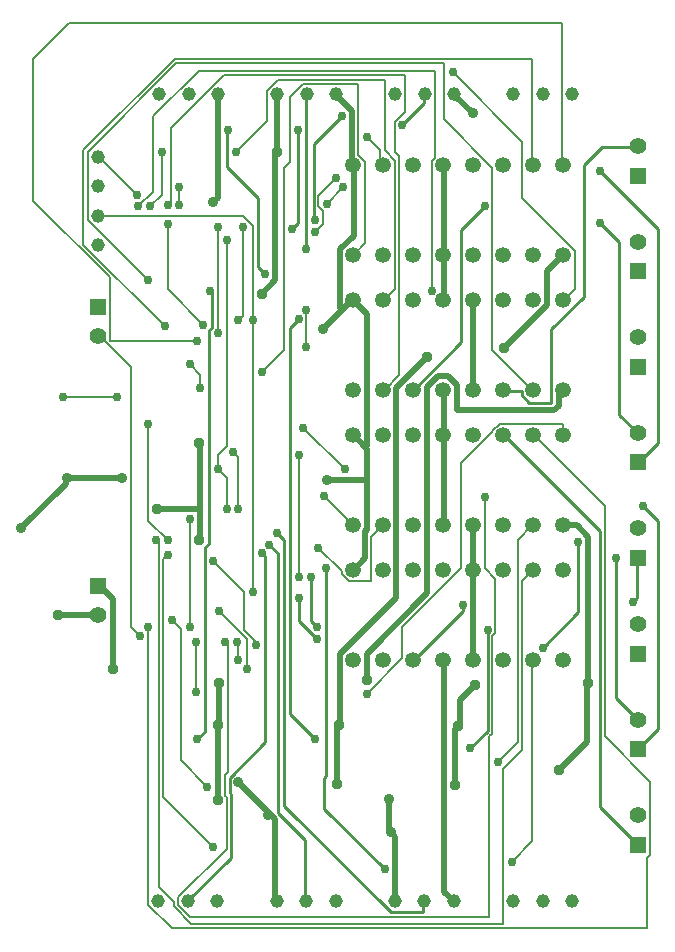
<source format=gbr>
G04 EAGLE Gerber RS-274X export*
G75*
%MOMM*%
%FSLAX34Y34*%
%LPD*%
%INBottom Copper*%
%IPPOS*%
%AMOC8*
5,1,8,0,0,1.08239X$1,22.5*%
G01*
G04 Define Apertures*
%ADD10C,1.343400*%
%ADD11R,1.408000X1.408000*%
%ADD12C,1.408000*%
%ADD13C,1.148000*%
%ADD14C,0.500000*%
%ADD15C,0.906400*%
%ADD16C,0.550000*%
%ADD17C,0.956400*%
%ADD18C,0.152400*%
%ADD19C,0.756400*%
%ADD20C,0.250000*%
D10*
X304800Y292100D03*
X330200Y292100D03*
X355600Y292100D03*
X381000Y292100D03*
X406400Y292100D03*
X431800Y292100D03*
X457200Y292100D03*
X482600Y292100D03*
X482600Y368300D03*
X457200Y368300D03*
X431800Y368300D03*
X406400Y368300D03*
X381000Y368300D03*
X355600Y368300D03*
X330200Y368300D03*
X304800Y368300D03*
X304800Y635000D03*
X330200Y635000D03*
X355600Y635000D03*
X381000Y635000D03*
X406400Y635000D03*
X431800Y635000D03*
X457200Y635000D03*
X482600Y635000D03*
X482600Y711200D03*
X457200Y711200D03*
X431800Y711200D03*
X406400Y711200D03*
X381000Y711200D03*
X355600Y711200D03*
X330200Y711200D03*
X304800Y711200D03*
X304800Y520700D03*
X330200Y520700D03*
X355600Y520700D03*
X381000Y520700D03*
X406400Y520700D03*
X431800Y520700D03*
X457200Y520700D03*
X482600Y520700D03*
X482600Y596900D03*
X457200Y596900D03*
X431800Y596900D03*
X406400Y596900D03*
X381000Y596900D03*
X355600Y596900D03*
X330200Y596900D03*
X304800Y596900D03*
X304800Y406400D03*
X330200Y406400D03*
X355600Y406400D03*
X381000Y406400D03*
X406400Y406400D03*
X431800Y406400D03*
X457200Y406400D03*
X482600Y406400D03*
X482600Y482600D03*
X457200Y482600D03*
X431800Y482600D03*
X406400Y482600D03*
X381000Y482600D03*
X355600Y482600D03*
X330200Y482600D03*
X304800Y482600D03*
D11*
X546100Y702400D03*
D12*
X546100Y727400D03*
D11*
X546100Y621457D03*
D12*
X546100Y646457D03*
D11*
X546100Y540514D03*
D12*
X546100Y565514D03*
D11*
X546100Y459571D03*
D12*
X546100Y484571D03*
D11*
X546100Y378629D03*
D12*
X546100Y403629D03*
D11*
X546100Y297686D03*
D12*
X546100Y322686D03*
D11*
X546100Y216743D03*
D12*
X546100Y241743D03*
D11*
X546100Y135800D03*
D12*
X546100Y160800D03*
D13*
X190300Y771100D03*
X165300Y771100D03*
X140300Y771100D03*
X290200Y771100D03*
X265200Y771100D03*
X240200Y771100D03*
X390100Y771100D03*
X365100Y771100D03*
X340100Y771100D03*
X490000Y771100D03*
X465000Y771100D03*
X440000Y771100D03*
X139700Y88200D03*
X164700Y88200D03*
X189700Y88200D03*
X239800Y88200D03*
X264800Y88200D03*
X289800Y88200D03*
X339900Y88200D03*
X364900Y88200D03*
X389900Y88200D03*
X440000Y88200D03*
X465000Y88200D03*
X490000Y88200D03*
D11*
X88900Y355300D03*
D12*
X88900Y330300D03*
D13*
X88900Y718500D03*
X88900Y693500D03*
X88900Y668500D03*
X88900Y643500D03*
D11*
X88900Y591500D03*
D12*
X88900Y566500D03*
D14*
X233750Y162500D02*
X238750Y157500D01*
X233750Y162500D02*
X207500Y188750D01*
X238750Y157500D02*
X238750Y88750D01*
X239800Y88200D01*
X232500Y161250D02*
X233750Y162500D01*
X336250Y146250D02*
X340000Y142500D01*
X340000Y88750D01*
X339900Y88200D01*
X335000Y147500D02*
X335000Y175000D01*
X335000Y147500D02*
X336250Y146250D01*
X406250Y755000D02*
X391250Y770000D01*
X390100Y771100D01*
X303750Y757500D02*
X291250Y770000D01*
X303750Y757500D02*
X303750Y711250D01*
X291250Y770000D02*
X290200Y771100D01*
X303750Y711250D02*
X304800Y711200D01*
X190000Y683750D02*
X186250Y680000D01*
X190000Y683750D02*
X190000Y770000D01*
X190300Y771100D01*
X108750Y446250D02*
X62500Y446250D01*
X305000Y368750D02*
X315000Y378750D01*
X315000Y401250D01*
X316250Y402500D01*
X316250Y445000D02*
X316250Y471250D01*
X316250Y445000D02*
X316250Y402500D01*
X315000Y472500D02*
X305000Y482500D01*
X315000Y472500D02*
X316250Y471250D01*
X305000Y368750D02*
X304800Y368300D01*
X305000Y482500D02*
X304800Y482600D01*
X316250Y585000D02*
X305000Y596250D01*
X316250Y585000D02*
X316250Y473750D01*
X305000Y596250D02*
X304800Y596900D01*
X316250Y473750D02*
X315000Y472500D01*
X295000Y588750D02*
X302500Y596250D01*
X295000Y588750D02*
X278750Y572500D01*
X302500Y596250D02*
X304800Y596900D01*
X315000Y445000D02*
X282500Y445000D01*
X315000Y445000D02*
X316250Y445000D01*
X305000Y651250D02*
X305000Y708750D01*
X305000Y651250D02*
X293750Y640000D01*
X293750Y590000D01*
X305000Y708750D02*
X304800Y711200D01*
X293750Y590000D02*
X295000Y588750D01*
X61250Y441250D02*
X23750Y403750D01*
X61250Y441250D02*
X61250Y445000D01*
X62500Y446250D01*
D15*
X207500Y188750D03*
X232500Y161250D03*
X336250Y146250D03*
X335000Y175000D03*
X406250Y755000D03*
X186250Y680000D03*
X62500Y446250D03*
X108750Y446250D03*
X278750Y572500D03*
X282500Y445000D03*
X23750Y403750D03*
D16*
X240000Y722500D02*
X240000Y770000D01*
X240200Y771100D01*
X238750Y613750D02*
X227500Y602500D01*
X238750Y613750D02*
X238750Y720000D01*
X240000Y722500D01*
X381250Y635000D02*
X381250Y597500D01*
X381000Y596900D01*
X381250Y635000D02*
X381000Y635000D01*
X381250Y637500D02*
X381250Y710000D01*
X381000Y711200D01*
X381250Y637500D02*
X381000Y635000D01*
X381250Y520000D02*
X381250Y483750D01*
X381000Y482600D01*
X381250Y520000D02*
X381000Y520700D01*
X406250Y367500D02*
X406250Y292500D01*
X406400Y292100D01*
X406250Y367500D02*
X406400Y368300D01*
X406250Y370000D02*
X406250Y406250D01*
X406400Y406400D01*
X406250Y370000D02*
X406400Y368300D01*
X381250Y407500D02*
X381250Y480000D01*
X381000Y482600D01*
X381250Y407500D02*
X381000Y406400D01*
X406250Y521250D02*
X406250Y596250D01*
X406400Y596900D01*
X406250Y521250D02*
X406400Y520700D01*
X175000Y395000D02*
X173750Y393750D01*
X175000Y420000D02*
X175000Y475000D01*
X175000Y420000D02*
X175000Y395000D01*
X175000Y475000D02*
X173750Y476250D01*
X88750Y330000D02*
X55000Y330000D01*
X88750Y330000D02*
X88900Y330300D01*
X138750Y420000D02*
X172500Y420000D01*
X175000Y420000D01*
X381250Y291250D02*
X381250Y96250D01*
X388750Y88750D01*
X381250Y291250D02*
X381000Y292100D01*
X388750Y88750D02*
X389900Y88200D01*
D17*
X240000Y722500D03*
X227500Y602500D03*
X173750Y393750D03*
X173750Y476250D03*
X55000Y330000D03*
X138750Y420000D03*
D16*
X190000Y237500D02*
X190000Y173750D01*
X478750Y516250D02*
X482500Y520000D01*
X478750Y516250D02*
X478750Y507500D01*
X475000Y503750D01*
X392500Y503750D01*
X392500Y525000D01*
X385000Y532500D01*
X376250Y532500D01*
X367500Y523750D01*
X367500Y348750D01*
X316250Y297500D01*
X316250Y275000D01*
X191250Y272500D02*
X191250Y240000D01*
X482500Y520000D02*
X482600Y520700D01*
X191250Y240000D02*
X190000Y237500D01*
D17*
X190000Y237500D03*
X190000Y173750D03*
X316250Y275000D03*
X191250Y272500D03*
D18*
X121250Y686250D02*
X90000Y717500D01*
X88900Y718500D01*
X190000Y453750D02*
X197500Y446250D01*
X197500Y420000D01*
X197500Y473750D02*
X197500Y647500D01*
X197500Y473750D02*
X190000Y466250D01*
X190000Y453750D01*
X157500Y677500D02*
X157500Y692500D01*
D19*
X121250Y686250D03*
X190000Y453750D03*
X197500Y420000D03*
X197500Y647500D03*
X157500Y692500D03*
X157500Y677500D03*
D20*
X252500Y657500D02*
X257500Y662500D01*
X257500Y741250D01*
X346250Y745000D02*
X365000Y763750D01*
X365000Y770000D01*
X365100Y771100D01*
D19*
X252500Y657500D03*
X257500Y741250D03*
X346250Y745000D03*
D20*
X271250Y666250D02*
X272500Y665000D01*
X271250Y666250D02*
X271250Y728750D01*
X295000Y752500D01*
D19*
X272500Y665000D03*
X295000Y752500D03*
D20*
X265000Y770000D02*
X265000Y640000D01*
X265000Y770000D02*
X265200Y771100D01*
D19*
X265000Y640000D03*
D20*
X230000Y618750D02*
X223750Y625000D01*
X223750Y683750D01*
X197500Y710000D01*
X197500Y740000D01*
X198750Y741250D01*
D19*
X230000Y618750D03*
X198750Y741250D03*
D20*
X178750Y231250D02*
X172500Y225000D01*
X178750Y231250D02*
X178750Y387500D01*
X182500Y391250D01*
X182500Y571250D01*
X185000Y573750D01*
X185000Y603750D01*
X183750Y605000D01*
D19*
X172500Y225000D03*
X183750Y605000D03*
D20*
X251250Y246250D02*
X272500Y225000D01*
X251250Y246250D02*
X251250Y573750D01*
X258750Y581250D01*
D19*
X272500Y225000D03*
X258750Y581250D03*
D18*
X116250Y320000D02*
X123750Y312500D01*
X116250Y320000D02*
X116250Y540000D01*
X90000Y566250D01*
X88900Y566500D01*
D19*
X123750Y312500D03*
D18*
X88900Y668500D02*
X211500Y668500D01*
D19*
X220000Y580000D03*
D18*
X220000Y660000D02*
X211500Y668500D01*
X220000Y660000D02*
X220000Y580000D01*
D19*
X220000Y350000D03*
D18*
X220000Y580000D01*
X177500Y576250D02*
X147500Y606250D01*
X147500Y661250D01*
X132500Y676250D02*
X142500Y686250D01*
X142500Y722500D01*
X316250Y735000D02*
X327500Y723750D01*
X327500Y713750D01*
X330000Y711250D01*
X330200Y711200D01*
D19*
X177500Y576250D03*
X147500Y661250D03*
X132500Y676250D03*
X142500Y722500D03*
X316250Y735000D03*
D18*
X145000Y575000D02*
X76250Y643750D01*
X76250Y723750D01*
X153750Y801250D01*
X456250Y801250D01*
X456250Y711250D01*
X457200Y711200D01*
D19*
X145000Y575000D03*
D18*
X272500Y655000D02*
X278750Y661250D01*
X278750Y672500D01*
X275000Y676250D01*
X275000Y685000D01*
X290000Y700000D01*
D19*
X272500Y655000D03*
X290000Y700000D03*
D18*
X231250Y748750D02*
X205000Y722500D01*
X231250Y748750D02*
X231250Y773750D01*
X241250Y783750D01*
X331250Y783750D01*
X331250Y723750D01*
X340000Y715000D01*
X340000Y606250D01*
X331250Y597500D01*
X330200Y596900D01*
D19*
X205000Y722500D03*
D18*
X135000Y688750D02*
X122500Y676250D01*
X135000Y688750D02*
X135000Y752500D01*
X173750Y791250D01*
X373750Y791250D01*
X373750Y717500D01*
X371250Y715000D01*
X371250Y605000D01*
D19*
X122500Y676250D03*
X371250Y605000D03*
D18*
X131250Y613750D02*
X80000Y665000D01*
X80000Y722500D01*
X155000Y797500D01*
X381250Y797500D01*
X381250Y750000D01*
X422500Y708750D01*
X422500Y555000D01*
X456250Y521250D01*
X457200Y520700D01*
D19*
X131250Y613750D03*
D18*
X190000Y658750D02*
X190000Y568750D01*
X147500Y677500D02*
X150000Y680000D01*
X150000Y742500D01*
X195000Y787500D01*
X348750Y787500D01*
X348750Y756250D01*
X340000Y747500D01*
X340000Y722500D01*
X343750Y718750D01*
X343750Y533750D01*
X331250Y521250D01*
X330200Y520700D01*
D19*
X190000Y568750D03*
X190000Y658750D03*
X147500Y677500D03*
D18*
X211250Y583750D02*
X207500Y580000D01*
X211250Y583750D02*
X211250Y658750D01*
X282500Y678750D02*
X296250Y692500D01*
D19*
X207500Y580000D03*
X211250Y658750D03*
X282500Y678750D03*
X296250Y692500D03*
D18*
X388750Y790000D02*
X447500Y731250D01*
X447500Y683750D01*
X492500Y638750D01*
X492500Y606250D01*
X483750Y597500D01*
X482600Y596900D01*
D19*
X388750Y790000D03*
D18*
X166250Y542500D02*
X175000Y533750D01*
X175000Y522500D01*
X227500Y536250D02*
X246250Y555000D01*
X246250Y708750D01*
X251250Y713750D01*
X251250Y768750D01*
X262500Y780000D01*
X308750Y780000D01*
X308750Y720000D01*
X315000Y713750D01*
X315000Y645000D01*
X305000Y635000D01*
X304800Y635000D01*
D19*
X166250Y542500D03*
X175000Y522500D03*
X227500Y536250D03*
D18*
X172500Y562500D02*
X98750Y562500D01*
X98750Y616250D01*
X33750Y681250D01*
X33750Y801250D01*
X63750Y831250D01*
X481250Y831250D01*
X481250Y712500D01*
X482500Y711250D01*
X482600Y711200D01*
D19*
X172500Y562500D03*
D20*
X356250Y521250D02*
X396250Y561250D01*
X396250Y656250D01*
X416250Y676250D01*
X356250Y521250D02*
X355600Y520700D01*
D19*
X416250Y676250D03*
D20*
X432500Y520000D02*
X447500Y520000D01*
X447500Y516250D01*
X453750Y510000D01*
X472500Y510000D01*
X472500Y572500D01*
X500000Y600000D01*
X500000Y711250D01*
X515000Y726250D01*
X545000Y726250D01*
X431800Y520700D02*
X432500Y520000D01*
X545000Y726250D02*
X546100Y727400D01*
X513750Y706250D02*
X562500Y657500D01*
X562500Y476250D01*
X546250Y460000D01*
X546100Y459571D01*
D19*
X513750Y706250D03*
D20*
X513750Y662500D02*
X530000Y646250D01*
X530000Y500000D01*
X545000Y485000D01*
X546100Y484571D01*
D19*
X513750Y662500D03*
D16*
X292500Y237500D02*
X291250Y236250D01*
X291250Y187500D01*
X468750Y621250D02*
X482500Y635000D01*
X468750Y621250D02*
X468750Y592500D01*
X432500Y556250D01*
X367500Y548750D02*
X341250Y522500D01*
X341250Y345000D01*
X293750Y297500D01*
X293750Y240000D01*
X482500Y635000D02*
X482600Y635000D01*
X293750Y240000D02*
X292500Y237500D01*
D17*
X292500Y237500D03*
X291250Y187500D03*
X432500Y556250D03*
X367500Y548750D03*
D18*
X207500Y463750D02*
X202500Y468750D01*
X207500Y463750D02*
X207500Y420000D01*
D19*
X202500Y468750D03*
X207500Y420000D03*
D20*
X356250Y292500D02*
X397500Y333750D01*
X397500Y338750D01*
X541250Y341250D02*
X545000Y345000D01*
X545000Y377500D01*
X356250Y292500D02*
X355600Y292100D01*
X545000Y377500D02*
X546100Y378629D01*
D19*
X397500Y338750D03*
X541250Y341250D03*
D20*
X495000Y332500D02*
X465000Y302500D01*
X495000Y332500D02*
X495000Y392500D01*
D19*
X465000Y302500D03*
X495000Y392500D03*
D20*
X550000Y422500D02*
X562500Y410000D01*
X562500Y233750D01*
X546250Y217500D01*
X546100Y216743D01*
D19*
X550000Y422500D03*
D20*
X527500Y378750D02*
X527500Y260000D01*
X545000Y242500D01*
X546100Y241743D01*
D19*
X527500Y378750D03*
D20*
X513750Y401250D02*
X432500Y482500D01*
X513750Y401250D02*
X513750Y167500D01*
X545000Y136250D01*
X432500Y482500D02*
X431800Y482600D01*
X545000Y136250D02*
X546100Y135800D01*
D16*
X101250Y343750D02*
X90000Y355000D01*
X101250Y343750D02*
X101250Y285000D01*
X90000Y355000D02*
X88900Y355300D01*
D17*
X101250Y285000D03*
D20*
X403750Y217500D02*
X418750Y232500D01*
X418750Y317500D01*
X273750Y320000D02*
X268750Y325000D01*
X268750Y362500D01*
D19*
X403750Y217500D03*
X418750Y317500D03*
X273750Y320000D03*
X268750Y362500D03*
D20*
X258750Y325000D02*
X273750Y310000D01*
X258750Y325000D02*
X258750Y345000D01*
D19*
X273750Y310000D03*
X258750Y345000D03*
D20*
X230000Y380000D02*
X227500Y382500D01*
X230000Y380000D02*
X230000Y222500D01*
X200000Y192500D01*
X200000Y180000D01*
X201250Y178750D01*
X201250Y125000D01*
X165000Y88750D01*
X164700Y88200D01*
D19*
X227500Y382500D03*
D20*
X233750Y390000D02*
X241250Y382500D01*
X241250Y162500D01*
X263750Y140000D01*
X263750Y88750D01*
X264800Y88200D01*
D19*
X233750Y390000D03*
D20*
X240000Y400000D02*
X246250Y393750D01*
X246250Y168750D01*
X336250Y78750D01*
X363750Y78750D01*
X363750Y87500D01*
X364900Y88200D01*
D19*
X240000Y400000D03*
D20*
X281250Y370000D02*
X281250Y193750D01*
X280000Y192500D01*
X280000Y166250D01*
X331250Y115000D01*
D19*
X281250Y370000D03*
X331250Y115000D03*
D18*
X198750Y305000D02*
X196250Y307500D01*
X198750Y305000D02*
X198750Y197500D01*
X196250Y195000D01*
X196250Y177500D01*
X197500Y176250D01*
X197500Y132500D01*
X156250Y91250D01*
X156250Y85000D01*
X166250Y75000D01*
X420000Y75000D01*
X420000Y227500D01*
X422500Y230000D01*
X422500Y312500D01*
X425000Y315000D01*
X425000Y361250D01*
X416250Y370000D01*
X416250Y430000D01*
D19*
X196250Y307500D03*
X416250Y430000D03*
D18*
X207500Y306250D02*
X206250Y307500D01*
X207500Y306250D02*
X207500Y292500D01*
D19*
X206250Y307500D03*
X207500Y292500D03*
D18*
X131250Y320000D02*
X131250Y85000D01*
X151250Y65000D01*
X553750Y65000D01*
X553750Y125000D01*
X556250Y127500D01*
X556250Y188750D01*
X517500Y227500D01*
X517500Y422500D01*
X457500Y482500D01*
X457200Y482600D01*
D19*
X131250Y320000D03*
D18*
X151250Y326250D02*
X158750Y318750D01*
X158750Y207500D01*
X181250Y185000D01*
X427500Y206250D02*
X443750Y222500D01*
X443750Y393750D01*
X456250Y406250D01*
X457200Y406400D01*
D19*
X151250Y326250D03*
X181250Y185000D03*
X427500Y206250D03*
D18*
X295000Y367500D02*
X275000Y387500D01*
X295000Y367500D02*
X295000Y365000D01*
X301250Y358750D01*
X320000Y358750D01*
X320000Y396250D01*
X330000Y406250D01*
X330200Y406400D01*
D19*
X275000Y387500D03*
D18*
X212500Y350000D02*
X186250Y376250D01*
X212500Y350000D02*
X212500Y317500D01*
X222500Y307500D01*
X222500Y305000D01*
D19*
X186250Y376250D03*
X222500Y305000D03*
D18*
X140000Y391250D02*
X137500Y393750D01*
X140000Y391250D02*
X140000Y100000D01*
X152500Y87500D01*
X152500Y83750D01*
X167500Y68750D01*
X431250Y68750D01*
X431250Y200000D01*
X447500Y216250D01*
X447500Y358750D01*
X456250Y367500D01*
X457200Y368300D01*
D19*
X137500Y393750D03*
D18*
X147500Y393750D02*
X131250Y410000D01*
X131250Y492500D01*
X262500Y488750D02*
X297500Y453750D01*
D19*
X147500Y393750D03*
X131250Y492500D03*
X262500Y488750D03*
X297500Y453750D03*
D18*
X147500Y381250D02*
X143750Y377500D01*
X143750Y176250D01*
X186250Y133750D01*
X438750Y121250D02*
X456250Y138750D01*
X456250Y291250D01*
X457200Y292100D01*
D19*
X147500Y381250D03*
X186250Y133750D03*
X438750Y121250D03*
D18*
X215000Y310000D02*
X191250Y333750D01*
X215000Y310000D02*
X215000Y285000D01*
D19*
X191250Y333750D03*
X215000Y285000D03*
D18*
X171250Y265000D02*
X171250Y307500D01*
X316250Y263750D02*
X346250Y293750D01*
X346250Y320000D01*
X396250Y370000D01*
X396250Y458750D01*
X422500Y485000D01*
X422500Y486250D01*
X428750Y492500D01*
X482500Y492500D01*
X482500Y483750D01*
X482600Y482600D01*
D19*
X171250Y307500D03*
X171250Y265000D03*
X316250Y263750D03*
D18*
X166250Y320000D02*
X166250Y411250D01*
X280000Y431250D02*
X303750Y407500D01*
X304800Y406400D01*
D19*
X166250Y320000D03*
X166250Y411250D03*
X280000Y431250D03*
D16*
X393750Y236250D02*
X391250Y233750D01*
X391250Y186250D01*
X395000Y258750D02*
X407500Y271250D01*
X395000Y258750D02*
X395000Y238750D01*
X393750Y236250D01*
D17*
X393750Y236250D03*
X391250Y186250D03*
X407500Y271250D03*
D16*
X503750Y272500D02*
X503750Y396250D01*
X493750Y406250D01*
X483750Y406250D01*
X482600Y406400D01*
X502500Y222500D02*
X478750Y198750D01*
X502500Y222500D02*
X502500Y270000D01*
X503750Y272500D01*
D17*
X503750Y272500D03*
X478750Y198750D03*
D18*
X265000Y557500D02*
X265000Y588750D01*
X105000Y515000D02*
X58750Y515000D01*
D19*
X265000Y588750D03*
X265000Y557500D03*
X105000Y515000D03*
X58750Y515000D03*
D18*
X258750Y466250D02*
X258750Y362500D01*
D19*
X258750Y362500D03*
X258750Y466250D03*
M02*

</source>
